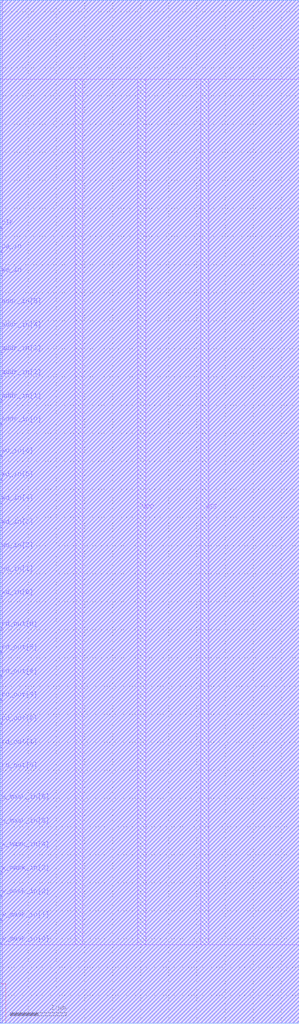
<source format=lef>
VERSION 5.7 ;
BUSBITCHARS "[]" ;
MACRO fakeram45_64x7_upper
  FOREIGN fakeram45_64x7_upper 0 0 ;
  SYMMETRY X Y R90 ;
  SIZE 0.19 BY 1.4 ;
  CLASS BLOCK ;
  PIN w_mask_in[0]
    DIRECTION INPUT ;
    USE SIGNAL ;
    SHAPE ABUTMENT ;
    PORT
      LAYER metal18 ;
      RECT 0.000 2.800 0.070 2.870 ;
    END
  END w_mask_in[0]
  PIN w_mask_in[1]
    DIRECTION INPUT ;
    USE SIGNAL ;
    SHAPE ABUTMENT ;
    PORT
      LAYER metal18 ;
      RECT 0.000 3.640 0.070 3.710 ;
    END
  END w_mask_in[1]
  PIN w_mask_in[2]
    DIRECTION INPUT ;
    USE SIGNAL ;
    SHAPE ABUTMENT ;
    PORT
      LAYER metal18 ;
      RECT 0.000 4.480 0.070 4.550 ;
    END
  END w_mask_in[2]
  PIN w_mask_in[3]
    DIRECTION INPUT ;
    USE SIGNAL ;
    SHAPE ABUTMENT ;
    PORT
      LAYER metal18 ;
      RECT 0.000 5.320 0.070 5.390 ;
    END
  END w_mask_in[3]
  PIN w_mask_in[4]
    DIRECTION INPUT ;
    USE SIGNAL ;
    SHAPE ABUTMENT ;
    PORT
      LAYER metal18 ;
      RECT 0.000 6.160 0.070 6.230 ;
    END
  END w_mask_in[4]
  PIN w_mask_in[5]
    DIRECTION INPUT ;
    USE SIGNAL ;
    SHAPE ABUTMENT ;
    PORT
      LAYER metal18 ;
      RECT 0.000 7.000 0.070 7.070 ;
    END
  END w_mask_in[5]
  PIN w_mask_in[6]
    DIRECTION INPUT ;
    USE SIGNAL ;
    SHAPE ABUTMENT ;
    PORT
      LAYER metal18 ;
      RECT 0.000 7.840 0.070 7.910 ;
    END
  END w_mask_in[6]
  PIN rd_out[0]
    DIRECTION OUTPUT ;
    USE SIGNAL ;
    SHAPE ABUTMENT ;
    PORT
      LAYER metal18 ;
      RECT 0.000 8.960 0.070 9.030 ;
    END
  END rd_out[0]
  PIN rd_out[1]
    DIRECTION OUTPUT ;
    USE SIGNAL ;
    SHAPE ABUTMENT ;
    PORT
      LAYER metal18 ;
      RECT 0.000 9.800 0.070 9.870 ;
    END
  END rd_out[1]
  PIN rd_out[2]
    DIRECTION OUTPUT ;
    USE SIGNAL ;
    SHAPE ABUTMENT ;
    PORT
      LAYER metal18 ;
      RECT 0.000 10.640 0.070 10.710 ;
    END
  END rd_out[2]
  PIN rd_out[3]
    DIRECTION OUTPUT ;
    USE SIGNAL ;
    SHAPE ABUTMENT ;
    PORT
      LAYER metal18 ;
      RECT 0.000 11.480 0.070 11.550 ;
    END
  END rd_out[3]
  PIN rd_out[4]
    DIRECTION OUTPUT ;
    USE SIGNAL ;
    SHAPE ABUTMENT ;
    PORT
      LAYER metal18 ;
      RECT 0.000 12.320 0.070 12.390 ;
    END
  END rd_out[4]
  PIN rd_out[5]
    DIRECTION OUTPUT ;
    USE SIGNAL ;
    SHAPE ABUTMENT ;
    PORT
      LAYER metal18 ;
      RECT 0.000 13.160 0.070 13.230 ;
    END
  END rd_out[5]
  PIN rd_out[6]
    DIRECTION OUTPUT ;
    USE SIGNAL ;
    SHAPE ABUTMENT ;
    PORT
      LAYER metal18 ;
      RECT 0.000 14.000 0.070 14.070 ;
    END
  END rd_out[6]
  PIN wd_in[0]
    DIRECTION INPUT ;
    USE SIGNAL ;
    SHAPE ABUTMENT ;
    PORT
      LAYER metal18 ;
      RECT 0.000 15.120 0.070 15.190 ;
    END
  END wd_in[0]
  PIN wd_in[1]
    DIRECTION INPUT ;
    USE SIGNAL ;
    SHAPE ABUTMENT ;
    PORT
      LAYER metal18 ;
      RECT 0.000 15.960 0.070 16.030 ;
    END
  END wd_in[1]
  PIN wd_in[2]
    DIRECTION INPUT ;
    USE SIGNAL ;
    SHAPE ABUTMENT ;
    PORT
      LAYER metal18 ;
      RECT 0.000 16.800 0.070 16.870 ;
    END
  END wd_in[2]
  PIN wd_in[3]
    DIRECTION INPUT ;
    USE SIGNAL ;
    SHAPE ABUTMENT ;
    PORT
      LAYER metal18 ;
      RECT 0.000 17.640 0.070 17.710 ;
    END
  END wd_in[3]
  PIN wd_in[4]
    DIRECTION INPUT ;
    USE SIGNAL ;
    SHAPE ABUTMENT ;
    PORT
      LAYER metal18 ;
      RECT 0.000 18.480 0.070 18.550 ;
    END
  END wd_in[4]
  PIN wd_in[5]
    DIRECTION INPUT ;
    USE SIGNAL ;
    SHAPE ABUTMENT ;
    PORT
      LAYER metal18 ;
      RECT 0.000 19.320 0.070 19.390 ;
    END
  END wd_in[5]
  PIN wd_in[6]
    DIRECTION INPUT ;
    USE SIGNAL ;
    SHAPE ABUTMENT ;
    PORT
      LAYER metal18 ;
      RECT 0.000 20.160 0.070 20.230 ;
    END
  END wd_in[6]
  PIN addr_in[0]
    DIRECTION INPUT ;
    USE SIGNAL ;
    SHAPE ABUTMENT ;
    PORT
      LAYER metal18 ;
      RECT 0.000 21.280 0.070 21.350 ;
    END
  END addr_in[0]
  PIN addr_in[1]
    DIRECTION INPUT ;
    USE SIGNAL ;
    SHAPE ABUTMENT ;
    PORT
      LAYER metal18 ;
      RECT 0.000 22.120 0.070 22.190 ;
    END
  END addr_in[1]
  PIN addr_in[2]
    DIRECTION INPUT ;
    USE SIGNAL ;
    SHAPE ABUTMENT ;
    PORT
      LAYER metal18 ;
      RECT 0.000 22.960 0.070 23.030 ;
    END
  END addr_in[2]
  PIN addr_in[3]
    DIRECTION INPUT ;
    USE SIGNAL ;
    SHAPE ABUTMENT ;
    PORT
      LAYER metal18 ;
      RECT 0.000 23.800 0.070 23.870 ;
    END
  END addr_in[3]
  PIN addr_in[4]
    DIRECTION INPUT ;
    USE SIGNAL ;
    SHAPE ABUTMENT ;
    PORT
      LAYER metal18 ;
      RECT 0.000 24.640 0.070 24.710 ;
    END
  END addr_in[4]
  PIN addr_in[5]
    DIRECTION INPUT ;
    USE SIGNAL ;
    SHAPE ABUTMENT ;
    PORT
      LAYER metal18 ;
      RECT 0.000 25.480 0.070 25.550 ;
    END
  END addr_in[5]
  PIN we_in
    DIRECTION INPUT ;
    USE SIGNAL ;
    SHAPE ABUTMENT ;
    PORT
      LAYER metal18 ;
      RECT 0.000 26.600 0.070 26.670 ;
    END
  END we_in
  PIN ce_in
    DIRECTION INPUT ;
    USE SIGNAL ;
    SHAPE ABUTMENT ;
    PORT
      LAYER metal18 ;
      RECT 0.000 27.440 0.070 27.510 ;
    END
  END ce_in
  PIN clk
    DIRECTION INPUT ;
    USE SIGNAL ;
    SHAPE ABUTMENT ;
    PORT
      LAYER metal18 ;
      RECT 0.000 28.280 0.070 28.350 ;
    END
  END clk
  PIN VSS
    DIRECTION INOUT ;
    USE GROUND ;
    PORT
      LAYER metal17 ;
      RECT 2.660 2.800 2.940 33.600 ;
      RECT 7.140 2.800 7.420 33.600 ;
    END
  END VSS
  PIN VDD
    DIRECTION INOUT ;
    USE POWER ;
    PORT
      LAYER metal17 ;
      RECT 4.900 2.800 5.180 33.600 ;
    END
  END VDD
  OBS
    LAYER metal20 ;
    RECT 0 0 10.640 36.400 ;
    LAYER metal19 ;
    RECT 0 0 10.640 36.400 ;
    LAYER metal18 ;
    RECT 0.070 0 10.640 36.400 ;
    RECT 0 0.000 0.070 2.800 ;
    RECT 0 2.870 0.070 3.640 ;
    RECT 0 3.710 0.070 4.480 ;
    RECT 0 4.550 0.070 5.320 ;
    RECT 0 5.390 0.070 6.160 ;
    RECT 0 6.230 0.070 7.000 ;
    RECT 0 7.070 0.070 7.840 ;
    RECT 0 7.910 0.070 8.960 ;
    RECT 0 9.030 0.070 9.800 ;
    RECT 0 9.870 0.070 10.640 ;
    RECT 0 10.710 0.070 11.480 ;
    RECT 0 11.550 0.070 12.320 ;
    RECT 0 12.390 0.070 13.160 ;
    RECT 0 13.230 0.070 14.000 ;
    RECT 0 14.070 0.070 15.120 ;
    RECT 0 15.190 0.070 15.960 ;
    RECT 0 16.030 0.070 16.800 ;
    RECT 0 16.870 0.070 17.640 ;
    RECT 0 17.710 0.070 18.480 ;
    RECT 0 18.550 0.070 19.320 ;
    RECT 0 19.390 0.070 20.160 ;
    RECT 0 20.230 0.070 21.280 ;
    RECT 0 21.350 0.070 22.120 ;
    RECT 0 22.190 0.070 22.960 ;
    RECT 0 23.030 0.070 23.800 ;
    RECT 0 23.870 0.070 24.640 ;
    RECT 0 24.710 0.070 25.480 ;
    RECT 0 25.550 0.070 26.600 ;
    RECT 0 26.670 0.070 27.440 ;
    RECT 0 27.510 0.070 28.280 ;
    RECT 0 28.350 0.070 36.400 ;
    LAYER metal17 ;
    RECT 0 0 10.640 2.800 ;
    RECT 0 33.600 10.640 36.400 ;
    RECT 0.000 2.800 2.660 33.600 ;
    RECT 2.940 2.800 4.900 33.600 ;
    RECT 5.180 2.800 7.140 33.600 ;
    RECT 7.420 2.800 10.640 33.600 ;
  END
END fakeram45_64x7_upper

END LIBRARY

</source>
